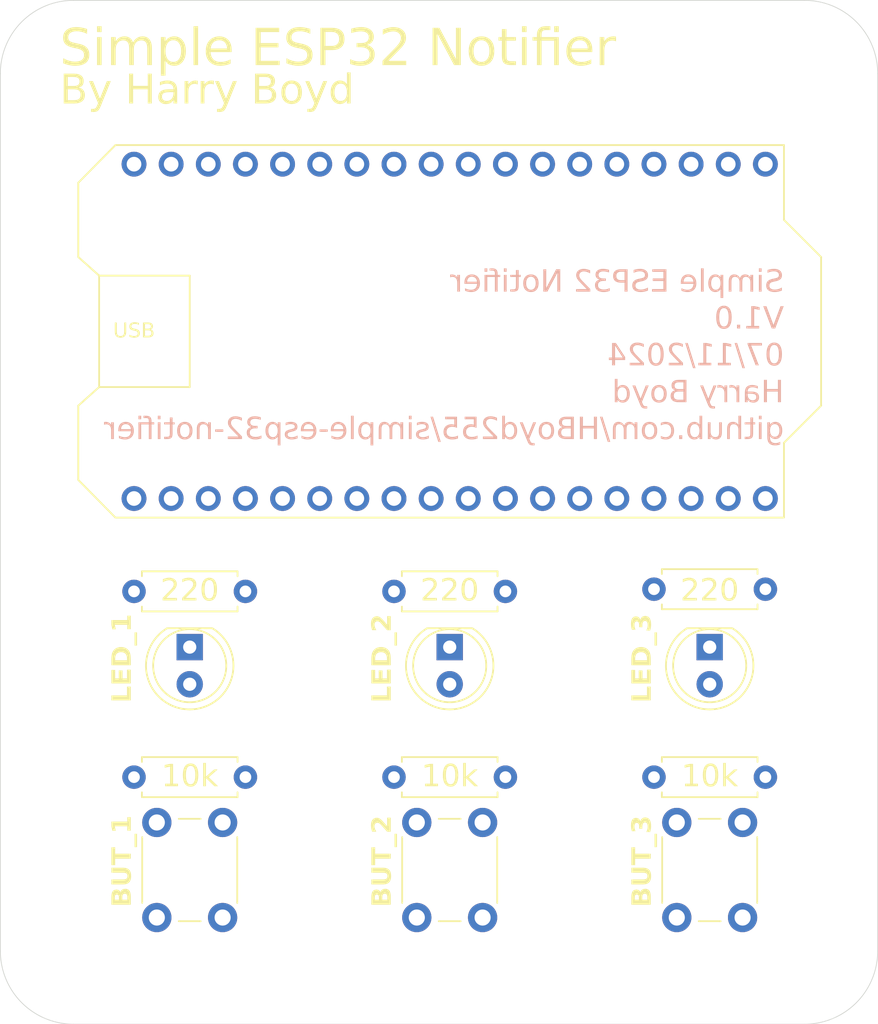
<source format=kicad_pcb>
(kicad_pcb (version 20240108) (generator "pcbnew") (generator_version "8.0")
  (layers (0 "F.Cu" signal) (31 "B.Cu" signal) (34 "B.Paste" user) (35 "F.Paste" user) (36 "B.SilkS" user "B.Silkscreen") (37 "F.SilkS" user "F.Silkscreen") (38 "B.Mask" user) (39 "F.Mask" user) (44 "Edge.Cuts" user))
  (net 0 "")
  (net 27 "Net-(D1-A)")
  (net 28 "Net-(D2-A)")
  (net 29 "Net-(D3-A)")
  (net 30 "BUT_2")
  (net 31 "BUT_3")
  (net 32 "LED_1")
  (net 33 "+3.3V")
  (net 34 "BUT_1")
  (net 35 "GND")
  (net 36 "LED_2")
  (net 37 "LED_3")
  (footprint "heltec_htit-wb32:Heltec_HTIT-WB32" (layer "F.Cu") (at 125.73 87.63 180)
    (property "Reference" "U1" (hide yes))
    (property "Value" "Heltec_HTIT-WB32" (hide yes))
    (fp_line (start 25.4 10.16) (end 25.4 5.08) (stroke (width 0.12)) (layer "F.SilkS"))
    (fp_line (start 25.4 5.08) (end 23.975 3.81) (stroke (width 0.12)) (layer "F.SilkS"))
    (fp_line (start 25.4 -5.08) (end 23.975 -3.81) (stroke (width 0.12)) (layer "F.SilkS"))
    (fp_line (start 25.4 -10.16) (end 25.4 -5.08) (stroke (width 0.12)) (layer "F.SilkS"))
    (fp_line (start 23.975 -3.81) (end 23.975 3.81) (stroke (width 0.12)) (layer "F.SilkS"))
    (fp_line (start 23.975 -3.81) (end 17.78 -3.81) (stroke (width 0.12)) (layer "F.SilkS"))
    (fp_line (start 22.86 12.735) (end 25.4 10.16) (stroke (width 0.12)) (layer "F.SilkS"))
    (fp_line (start 22.86 12.735) (end -22.86 12.735) (stroke (width 0.12)) (layer "F.SilkS"))
    (fp_line (start 22.86 -12.735) (end 25.4 -10.16) (stroke (width 0.12)) (layer "F.SilkS"))
    (fp_line (start 17.78 3.81) (end 23.975 3.81) (stroke (width 0.12)) (layer "F.SilkS"))
    (fp_line (start 17.78 -3.81) (end 17.78 3.81) (stroke (width 0.12)) (layer "F.SilkS"))
    (fp_line (start -22.86 7.62) (end -22.86 12.735) (stroke (width 0.12)) (layer "F.SilkS"))
    (fp_line (start -22.86 -12.7) (end -22.86 -7.62) (stroke (width 0.12)) (layer "F.SilkS"))
    (fp_line (start -22.86 -12.735) (end 22.86 -12.735) (stroke (width 0.12)) (layer "F.SilkS"))
    (fp_line (start -25.4 5.08) (end -22.86 7.62) (stroke (width 0.12)) (layer "F.SilkS"))
    (fp_line (start -25.4 -5.08) (end -22.86 -7.62) (stroke (width 0.12)) (layer "F.SilkS"))
    (fp_line (start -25.4 -5.08) (end -25.4 5.08) (stroke (width 0.12)) (layer "F.SilkS"))
    (fp_text user "USB" (at 21.59 0 0) (layer "F.SilkS"))
    (pad "0" thru_hole circle (at 1.27 11.43 180) (size 1.7 1.7) (drill 1) (layers "*.Cu" "*.Mask"))
    (pad "1" thru_hole circle (at 11.43 11.43 180) (size 1.7 1.7) (drill 1) (layers "*.Cu" "*.Mask"))
    (pad "2" thru_hole circle (at 3.81 11.43 180) (size 1.7 1.7) (drill 1) (layers "*.Cu" "*.Mask"))
    (pad "3" thru_hole circle (at 8.89 11.43 180) (size 1.7 1.7) (drill 1) (layers "*.Cu" "*.Mask"))
    (pad "4" thru_hole circle (at -1.27 11.43 180) (size 1.7 1.7) (drill 1) (layers "*.Cu" "*.Mask"))
    (pad "5" thru_hole circle (at -8.89 11.43 180) (size 1.7 1.7) (drill 1) (layers "*.Cu" "*.Mask"))
    (pad "6" thru_hole circle (at 13.97 -11.43 180) (size 1.7 1.7) (drill 1) (layers "*.Cu" "*.Mask"))
    (pad "7" thru_hole circle (at 16.51 -11.43 180) (size 1.7 1.7) (drill 1) (layers "*.Cu" "*.Mask"))
    (pad "8" thru_hole circle (at 21.59 -11.43 180) (size 1.7 1.7) (drill 1) (layers "*.Cu" "*.Mask") (net 35 "GND"))
    (pad "9" thru_hole circle (at 19.05 -11.43 180) (size 1.7 1.7) (drill 1) (layers "*.Cu" "*.Mask") (net 33 "+3.3V"))
    (pad "10" thru_hole circle (at 13.97 11.43 180) (size 1.7 1.7) (drill 1) (layers "*.Cu" "*.Mask"))
    (pad "11" thru_hole circle (at 16.51 11.43 180) (size 1.7 1.7) (drill 1) (layers "*.Cu" "*.Mask") (net 33 "+3.3V"))
    (pad "12" thru_hole circle (at 8.89 -11.43 180) (size 1.7 1.7) (drill 1) (layers "*.Cu" "*.Mask") (net 34 "BUT_1"))
    (pad "13" thru_hole circle (at 11.43 -11.43 180) (size 1.7 1.7) (drill 1) (layers "*.Cu" "*.Mask"))
    (pad "14" thru_hole circle (at 6.35 -11.43 180) (size 1.7 1.7) (drill 1) (layers "*.Cu" "*.Mask") (net 32 "LED_1"))
    (pad "15" thru_hole circle (at 6.35 11.43 180) (size 1.7 1.7) (drill 1) (layers "*.Cu" "*.Mask"))
    (pad "16" thru_hole circle (at -3.81 11.43 180) (size 1.7 1.7) (drill 1) (layers "*.Cu" "*.Mask"))
    (pad "17" thru_hole circle (at -6.35 11.43 180) (size 1.7 1.7) (drill 1) (layers "*.Cu" "*.Mask"))
    (pad "18" thru_hole circle (at -11.43 11.43 180) (size 1.7 1.7) (drill 1) (layers "*.Cu" "*.Mask"))
    (pad "19" thru_hole circle (at -16.51 11.43 180) (size 1.7 1.7) (drill 1) (layers "*.Cu" "*.Mask"))
    (pad "20" thru_hole circle (at 19.05 11.43 180) (size 1.7 1.7) (drill 1) (layers "*.Cu" "*.Mask"))
    (pad "21" thru_hole circle (at -21.59 11.43 180) (size 1.7 1.7) (drill 1) (layers "*.Cu" "*.Mask"))
    (pad "22" thru_hole circle (at -19.05 11.43 180) (size 1.7 1.7) (drill 1) (layers "*.Cu" "*.Mask"))
    (pad "23" thru_hole circle (at -13.97 11.43 180) (size 1.7 1.7) (drill 1) (layers "*.Cu" "*.Mask"))
    (pad "25" thru_hole circle (at -1.27 -11.43 180) (size 1.7 1.7) (drill 1) (layers "*.Cu" "*.Mask"))
    (pad "26" thru_hole circle (at 1.27 -11.43 180) (size 1.7 1.7) (drill 1) (layers "*.Cu" "*.Mask"))
    (pad "27" thru_hole circle (at 3.81 -11.43 180) (size 1.7 1.7) (drill 1) (layers "*.Cu" "*.Mask"))
    (pad "28" thru_hole circle (at 21.59 11.43 180) (size 1.7 1.7) (drill 1) (layers "*.Cu" "*.Mask") (net 35 "GND"))
    (pad "32" thru_hole circle (at -6.35 -11.43 180) (size 1.7 1.7) (drill 1) (layers "*.Cu" "*.Mask") (net 36 "LED_2"))
    (pad "33" thru_hole circle (at -3.81 -11.43 180) (size 1.7 1.7) (drill 1) (layers "*.Cu" "*.Mask") (net 30 "BUT_2"))
    (pad "34" thru_hole circle (at -11.43 -11.43 180) (size 1.7 1.7) (drill 1) (layers "*.Cu" "*.Mask"))
    (pad "35" thru_hole circle (at -8.89 -11.43 180) (size 1.7 1.7) (drill 1) (layers "*.Cu" "*.Mask"))
    (pad "36" thru_hole circle (at -21.59 -11.43 180) (size 1.7 1.7) (drill 1) (layers "*.Cu" "*.Mask"))
    (pad "37" thru_hole circle (at -19.05 -11.43 180) (size 1.7 1.7) (drill 1) (layers "*.Cu" "*.Mask") (net 37 "LED_3"))
    (pad "38" thru_hole circle (at -16.51 -11.43 180) (size 1.7 1.7) (drill 1) (layers "*.Cu" "*.Mask") (net 31 "BUT_3"))
    (pad "39" thru_hole circle (at -13.97 -11.43 180) (size 1.7 1.7) (drill 1) (layers "*.Cu" "*.Mask"))
  )
  (footprint "Button_Switch_THT:SW_PUSH_6mm" (layer "F.Cu") (at 123.48 127.71 90)
    (property "Reference" "SW2" (hide yes))
    (property "Value" "SW_Push" (hide yes))
    (fp_line (start 5.5 -1) (end 1 -1) (stroke (width 0.12)) (layer "F.SilkS"))
    (fp_line (start -0.25 1.5) (end -0.25 3) (stroke (width 0.12)) (layer "F.SilkS"))
    (fp_line (start 6.75 3) (end 6.75 1.5) (stroke (width 0.12)) (layer "F.SilkS"))
    (fp_line (start 1 5.5) (end 5.5 5.5) (stroke (width 0.12)) (layer "F.SilkS"))
    (pad "1" thru_hole circle (at 0 0 180) (size 2 2) (drill 1.1) (layers "*.Cu" "*.Mask") (net 30 "BUT_2"))
    (pad "1" thru_hole circle (at 6.5 0 180) (size 2 2) (drill 1.1) (layers "*.Cu" "*.Mask") (net 30 "BUT_2"))
    (pad "2" thru_hole circle (at 0 4.5 180) (size 2 2) (drill 1.1) (layers "*.Cu" "*.Mask") (net 35 "GND"))
    (pad "2" thru_hole circle (at 6.5 4.5 180) (size 2 2) (drill 1.1) (layers "*.Cu" "*.Mask") (net 35 "GND"))
  )
  (footprint "Resistor_THT:R_Axial_DIN0207_L6.3mm_D2.5mm_P7.62mm_Horizontal" (layer "F.Cu") (at 104.14 105.41)
    (property "Reference" "R4" (hide yes))
    (property "Value" "220" (at 3.81 0 0) (layer "F.SilkS") (effects (font (size 1.5 1.5))))
    (fp_line (start 0.54 -1.37) (end 7.08 -1.37) (stroke (width 0.12)) (layer "F.SilkS"))
    (fp_line (start 0.54 -1.04) (end 0.54 -1.37) (stroke (width 0.12)) (layer "F.SilkS"))
    (fp_line (start 0.54 1.04) (end 0.54 1.37) (stroke (width 0.12)) (layer "F.SilkS"))
    (fp_line (start 0.54 1.37) (end 7.08 1.37) (stroke (width 0.12)) (layer "F.SilkS"))
    (fp_line (start 7.08 -1.37) (end 7.08 -1.04) (stroke (width 0.12)) (layer "F.SilkS"))
    (fp_line (start 7.08 1.37) (end 7.08 1.04) (stroke (width 0.12)) (layer "F.SilkS"))
    (pad "1" thru_hole circle (at 0 0) (size 1.6 1.6) (drill 0.8) (layers "*.Cu" "*.Mask") (net 32 "LED_1"))
    (pad "2" thru_hole oval (at 7.62 0) (size 1.6 1.6) (drill 0.8) (layers "*.Cu" "*.Mask") (net 27 "Net-(D1-A)"))
  )
  (footprint "Resistor_THT:R_Axial_DIN0207_L6.3mm_D2.5mm_P7.62mm_Horizontal" (layer "F.Cu") (at 121.92 118.11)
    (property "Reference" "R2" (hide yes))
    (property "Value" "10k" (at 3.81 0 0) (layer "F.SilkS") (effects (font (size 1.5 1.5))))
    (fp_line (start 0.54 -1.37) (end 7.08 -1.37) (stroke (width 0.12)) (layer "F.SilkS"))
    (fp_line (start 0.54 -1.04) (end 0.54 -1.37) (stroke (width 0.12)) (layer "F.SilkS"))
    (fp_line (start 0.54 1.04) (end 0.54 1.37) (stroke (width 0.12)) (layer "F.SilkS"))
    (fp_line (start 0.54 1.37) (end 7.08 1.37) (stroke (width 0.12)) (layer "F.SilkS"))
    (fp_line (start 7.08 -1.37) (end 7.08 -1.04) (stroke (width 0.12)) (layer "F.SilkS"))
    (fp_line (start 7.08 1.37) (end 7.08 1.04) (stroke (width 0.12)) (layer "F.SilkS"))
    (pad "1" thru_hole circle (at 0 0) (size 1.6 1.6) (drill 0.8) (layers "*.Cu" "*.Mask") (net 33 "+3.3V"))
    (pad "2" thru_hole oval (at 7.62 0) (size 1.6 1.6) (drill 0.8) (layers "*.Cu" "*.Mask") (net 30 "BUT_2"))
  )
  (footprint "Button_Switch_THT:SW_PUSH_6mm" (layer "F.Cu") (at 105.7 127.71 90)
    (property "Reference" "SW1" (hide yes))
    (property "Value" "SW_Push" (hide yes))
    (fp_line (start 5.5 -1) (end 1 -1) (stroke (width 0.12)) (layer "F.SilkS"))
    (fp_line (start -0.25 1.5) (end -0.25 3) (stroke (width 0.12)) (layer "F.SilkS"))
    (fp_line (start 6.75 3) (end 6.75 1.5) (stroke (width 0.12)) (layer "F.SilkS"))
    (fp_line (start 1 5.5) (end 5.5 5.5) (stroke (width 0.12)) (layer "F.SilkS"))
    (pad "1" thru_hole circle (at 0 0 180) (size 2 2) (drill 1.1) (layers "*.Cu" "*.Mask") (net 34 "BUT_1"))
    (pad "1" thru_hole circle (at 6.5 0 180) (size 2 2) (drill 1.1) (layers "*.Cu" "*.Mask") (net 34 "BUT_1"))
    (pad "2" thru_hole circle (at 0 4.5 180) (size 2 2) (drill 1.1) (layers "*.Cu" "*.Mask") (net 35 "GND"))
    (pad "2" thru_hole circle (at 6.5 4.5 180) (size 2 2) (drill 1.1) (layers "*.Cu" "*.Mask") (net 35 "GND"))
  )
  (footprint "Button_Switch_THT:SW_PUSH_6mm" (layer "F.Cu") (at 141.26 127.71 90)
    (property "Reference" "SW3" (hide yes))
    (property "Value" "SW_Push" (hide yes))
    (fp_line (start 5.5 -1) (end 1 -1) (stroke (width 0.12)) (layer "F.SilkS"))
    (fp_line (start -0.25 1.5) (end -0.25 3) (stroke (width 0.12)) (layer "F.SilkS"))
    (fp_line (start 6.75 3) (end 6.75 1.5) (stroke (width 0.12)) (layer "F.SilkS"))
    (fp_line (start 1 5.5) (end 5.5 5.5) (stroke (width 0.12)) (layer "F.SilkS"))
    (pad "1" thru_hole circle (at 0 0 180) (size 2 2) (drill 1.1) (layers "*.Cu" "*.Mask") (net 31 "BUT_3"))
    (pad "1" thru_hole circle (at 6.5 0 180) (size 2 2) (drill 1.1) (layers "*.Cu" "*.Mask") (net 31 "BUT_3"))
    (pad "2" thru_hole circle (at 0 4.5 180) (size 2 2) (drill 1.1) (layers "*.Cu" "*.Mask") (net 35 "GND"))
    (pad "2" thru_hole circle (at 6.5 4.5 180) (size 2 2) (drill 1.1) (layers "*.Cu" "*.Mask") (net 35 "GND"))
  )
  (footprint "Resistor_THT:R_Axial_DIN0207_L6.3mm_D2.5mm_P7.62mm_Horizontal" (layer "F.Cu") (at 104.14 118.11)
    (property "Reference" "R1" (hide yes))
    (property "Value" "10k" (at 3.81 0 0) (layer "F.SilkS") (effects (font (size 1.5 1.5))))
    (fp_line (start 0.54 -1.37) (end 7.08 -1.37) (stroke (width 0.12)) (layer "F.SilkS"))
    (fp_line (start 0.54 -1.04) (end 0.54 -1.37) (stroke (width 0.12)) (layer "F.SilkS"))
    (fp_line (start 0.54 1.04) (end 0.54 1.37) (stroke (width 0.12)) (layer "F.SilkS"))
    (fp_line (start 0.54 1.37) (end 7.08 1.37) (stroke (width 0.12)) (layer "F.SilkS"))
    (fp_line (start 7.08 -1.37) (end 7.08 -1.04) (stroke (width 0.12)) (layer "F.SilkS"))
    (fp_line (start 7.08 1.37) (end 7.08 1.04) (stroke (width 0.12)) (layer "F.SilkS"))
    (pad "1" thru_hole circle (at 0 0) (size 1.6 1.6) (drill 0.8) (layers "*.Cu" "*.Mask") (net 33 "+3.3V"))
    (pad "2" thru_hole oval (at 7.62 0) (size 1.6 1.6) (drill 0.8) (layers "*.Cu" "*.Mask") (net 34 "BUT_1"))
  )
  (footprint "LED_THT:LED_D5.0mm" (layer "F.Cu") (at 143.51 109.22 -90)
    (property "Reference" "D3" (hide yes))
    (property "Value" "LED" (hide yes))
    (fp_line (start -1.29 -1.545) (end -1.29 1.545) (stroke (width 0.12)) (layer "F.SilkS"))
    (fp_arc (start 4.26 -0.000462) (mid 2.072002 2.880433) (end -1.29 1.54483) (stroke (width 0.12)) (layer "F.SilkS"))
    (fp_arc (start -1.29 -1.54483) (mid 2.072002 -2.880433) (end 4.26 0.000462) (stroke (width 0.12)) (layer "F.SilkS"))
    (fp_circle (center 1.27 0) (end 3.77 0) (stroke (width 0.12)) (fill none) (layer "F.SilkS"))
    (pad "1" thru_hole rect (at 0 0 270) (size 1.8 1.8) (drill 0.9) (layers "*.Cu" "*.Mask") (net 35 "GND"))
    (pad "2" thru_hole circle (at 2.54 0 270) (size 1.8 1.8) (drill 0.9) (layers "*.Cu" "*.Mask") (net 29 "Net-(D3-A)"))
  )
  (footprint "Resistor_THT:R_Axial_DIN0207_L6.3mm_D2.5mm_P7.62mm_Horizontal" (layer "F.Cu") (at 139.7 118.11)
    (property "Reference" "R3" (hide yes))
    (property "Value" "10k" (at 3.81 0 0) (layer "F.SilkS") (effects (font (size 1.5 1.5))))
    (fp_line (start 0.54 -1.37) (end 7.08 -1.37) (stroke (width 0.12)) (layer "F.SilkS"))
    (fp_line (start 0.54 -1.04) (end 0.54 -1.37) (stroke (width 0.12)) (layer "F.SilkS"))
    (fp_line (start 0.54 1.04) (end 0.54 1.37) (stroke (width 0.12)) (layer "F.SilkS"))
    (fp_line (start 0.54 1.37) (end 7.08 1.37) (stroke (width 0.12)) (layer "F.SilkS"))
    (fp_line (start 7.08 -1.37) (end 7.08 -1.04) (stroke (width 0.12)) (layer "F.SilkS"))
    (fp_line (start 7.08 1.37) (end 7.08 1.04) (stroke (width 0.12)) (layer "F.SilkS"))
    (pad "1" thru_hole circle (at 0 0) (size 1.6 1.6) (drill 0.8) (layers "*.Cu" "*.Mask") (net 33 "+3.3V"))
    (pad "2" thru_hole oval (at 7.62 0) (size 1.6 1.6) (drill 0.8) (layers "*.Cu" "*.Mask") (net 31 "BUT_3"))
  )
  (footprint "LED_THT:LED_D5.0mm" (layer "F.Cu") (at 107.95 109.22 -90)
    (property "Reference" "D1" (hide yes))
    (property "Value" "LED" (hide yes))
    (fp_line (start -1.29 -1.545) (end -1.29 1.545) (stroke (width 0.12)) (layer "F.SilkS"))
    (fp_arc (start 4.26 -0.000462) (mid 2.072002 2.880433) (end -1.29 1.54483) (stroke (width 0.12)) (layer "F.SilkS"))
    (fp_arc (start -1.29 -1.54483) (mid 2.072002 -2.880433) (end 4.26 0.000462) (stroke (width 0.12)) (layer "F.SilkS"))
    (fp_circle (center 1.27 0) (end 3.77 0) (stroke (width 0.12)) (fill none) (layer "F.SilkS"))
    (pad "1" thru_hole rect (at 0 0 270) (size 1.8 1.8) (drill 0.9) (layers "*.Cu" "*.Mask") (net 35 "GND"))
    (pad "2" thru_hole circle (at 2.54 0 270) (size 1.8 1.8) (drill 0.9) (layers "*.Cu" "*.Mask") (net 27 "Net-(D1-A)"))
  )
  (footprint "LED_THT:LED_D5.0mm" (layer "F.Cu") (at 125.73 109.22 -90)
    (property "Reference" "D2" (hide yes))
    (property "Value" "LED" (hide yes))
    (fp_line (start -1.29 -1.545) (end -1.29 1.545) (stroke (width 0.12)) (layer "F.SilkS"))
    (fp_arc (start 4.26 -0.000462) (mid 2.072002 2.880433) (end -1.29 1.54483) (stroke (width 0.12)) (layer "F.SilkS"))
    (fp_arc (start -1.29 -1.54483) (mid 2.072002 -2.880433) (end 4.26 0.000462) (stroke (width 0.12)) (layer "F.SilkS"))
    (fp_circle (center 1.27 0) (end 3.77 0) (stroke (width 0.12)) (fill none) (layer "F.SilkS"))
    (pad "1" thru_hole rect (at 0 0 270) (size 1.8 1.8) (drill 0.9) (layers "*.Cu" "*.Mask") (net 35 "GND"))
    (pad "2" thru_hole circle (at 2.54 0 270) (size 1.8 1.8) (drill 0.9) (layers "*.Cu" "*.Mask") (net 28 "Net-(D2-A)"))
  )
  (footprint "Resistor_THT:R_Axial_DIN0207_L6.3mm_D2.5mm_P7.62mm_Horizontal" (layer "F.Cu") (at 139.7 105.26)
    (property "Reference" "R6" (hide yes))
    (property "Value" "220" (at 3.81 0.15 0) (layer "F.SilkS") (effects (font (size 1.5 1.5))))
    (fp_line (start 0.54 -1.37) (end 7.08 -1.37) (stroke (width 0.12)) (layer "F.SilkS"))
    (fp_line (start 0.54 -1.04) (end 0.54 -1.37) (stroke (width 0.12)) (layer "F.SilkS"))
    (fp_line (start 0.54 1.04) (end 0.54 1.37) (stroke (width 0.12)) (layer "F.SilkS"))
    (fp_line (start 0.54 1.37) (end 7.08 1.37) (stroke (width 0.12)) (layer "F.SilkS"))
    (fp_line (start 7.08 -1.37) (end 7.08 -1.04) (stroke (width 0.12)) (layer "F.SilkS"))
    (fp_line (start 7.08 1.37) (end 7.08 1.04) (stroke (width 0.12)) (layer "F.SilkS"))
    (pad "1" thru_hole circle (at 0 0) (size 1.6 1.6) (drill 0.8) (layers "*.Cu" "*.Mask") (net 37 "LED_3"))
    (pad "2" thru_hole oval (at 7.62 0) (size 1.6 1.6) (drill 0.8) (layers "*.Cu" "*.Mask") (net 29 "Net-(D3-A)"))
  )
  (footprint "Resistor_THT:R_Axial_DIN0207_L6.3mm_D2.5mm_P7.62mm_Horizontal" (layer "F.Cu") (at 121.92 105.41)
    (property "Reference" "R5" (hide yes))
    (property "Value" "220" (at 3.81 0 0) (layer "F.SilkS") (effects (font (size 1.5 1.5))))
    (fp_line (start 0.54 -1.37) (end 7.08 -1.37) (stroke (width 0.12)) (layer "F.SilkS"))
    (fp_line (start 0.54 -1.04) (end 0.54 -1.37) (stroke (width 0.12)) (layer "F.SilkS"))
    (fp_line (start 0.54 1.04) (end 0.54 1.37) (stroke (width 0.12)) (layer "F.SilkS"))
    (fp_line (start 0.54 1.37) (end 7.08 1.37) (stroke (width 0.12)) (layer "F.SilkS"))
    (fp_line (start 7.08 -1.37) (end 7.08 -1.04) (stroke (width 0.12)) (layer "F.SilkS"))
    (fp_line (start 7.08 1.37) (end 7.08 1.04) (stroke (width 0.12)) (layer "F.SilkS"))
    (pad "1" thru_hole circle (at 0 0) (size 1.6 1.6) (drill 0.8) (layers "*.Cu" "*.Mask") (net 36 "LED_2"))
    (pad "2" thru_hole oval (at 7.62 0) (size 1.6 1.6) (drill 0.8) (layers "*.Cu" "*.Mask") (net 28 "Net-(D2-A)"))
  )
  (gr_line (start 95 130) (end 95 70) (stroke (width 0.05)) (layer "Edge.Cuts"))
  (gr_line (start 150 135) (end 100 135) (stroke (width 0.05)) (layer "Edge.Cuts"))
  (gr_arc (start 100 135) (mid 96.464466 133.535534) (end 95 130) (stroke (width 0.05)) (layer "Edge.Cuts"))
  (gr_arc (start 95 70) (mid 96.464466 66.464466) (end 100 65) (stroke (width 0.05)) (layer "Edge.Cuts"))
  (gr_arc (start 155 130) (mid 153.535534 133.535534) (end 150 135) (stroke (width 0.05)) (layer "Edge.Cuts"))
  (gr_line (start 155 70) (end 155 130) (stroke (width 0.05)) (layer "Edge.Cuts"))
  (gr_line (start 100 65) (end 150 65) (stroke (width 0.05)) (layer "Edge.Cuts"))
  (gr_arc (start 150 65) (mid 153.535534 66.464466) (end 155 70) (stroke (width 0.05)) (layer "Edge.Cuts"))
  (gr_text "Simple ESP32 Notifier\nV1.0\n07/11/2024\nHarry Boyd\ngithub.com/HBoyd255/simple-esp32-notifier" (at 148.59 95.25 0) (layer "B.SilkS") (effects (font (size 1.5 1.5)) (justify left bottom mirror)))
  (gr_text "By Harry Boyd" (at 99.06 72.39 0) (layer "F.SilkS") (effects (font (size 2 2)) (justify left bottom)))
  (gr_text "LED_2" (at 121.92 113.03 90) (layer "F.SilkS") (effects (font (size 1.3 1.3) (thickness 0.2) (bold yes)) (justify left bottom)))
  (gr_text "BUT_1" (at 104.14 127 90) (layer "F.SilkS") (effects (font (size 1.3 1.3) (thickness 0.2) (bold yes)) (justify left bottom)))
  (gr_text "BUT_3" (at 139.7 127 90) (layer "F.SilkS") (effects (font (size 1.3 1.3) (thickness 0.2) (bold yes)) (justify left bottom)))
  (gr_text "Simple ESP32 Notifier" (at 99.06 69.85 0) (layer "F.SilkS") (effects (font (size 2.5 2.5)) (justify left bottom)))
  (gr_text "BUT_2" (at 121.92 127 90) (layer "F.SilkS") (effects (font (size 1.3 1.3) (thickness 0.2) (bold yes)) (justify left bottom)))
  (gr_text "LED_3" (at 139.7 113.03 90) (layer "F.SilkS") (effects (font (size 1.3 1.3) (thickness 0.2) (bold yes)) (justify left bottom)))
  (gr_text "LED_1" (at 104.14 113.03 90) (layer "F.SilkS") (effects (font (size 1.3 1.3) (thickness 0.2) (bold yes)) (justify left bottom)))
)
</source>
